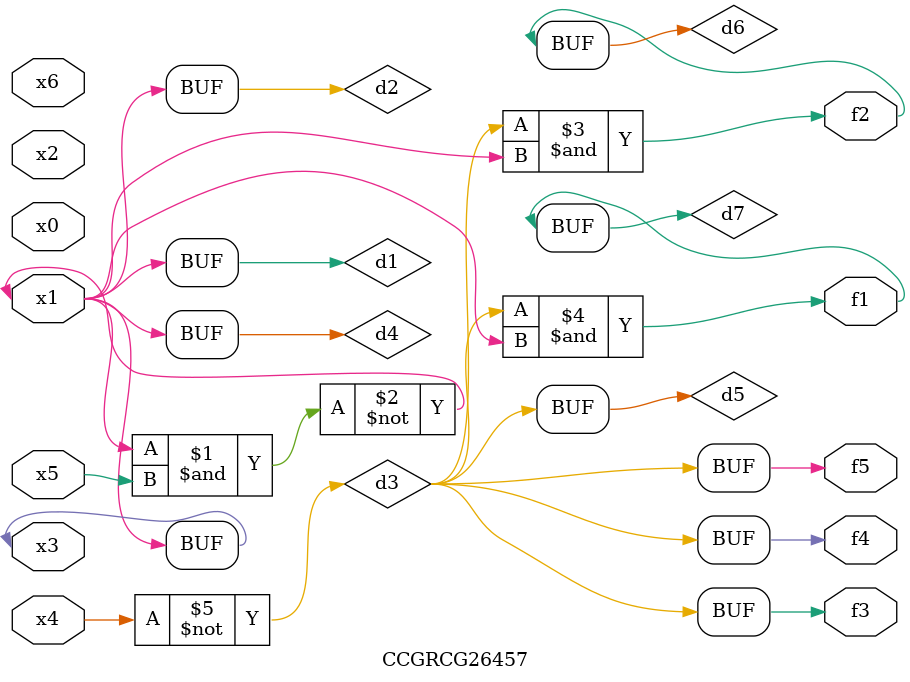
<source format=v>
module CCGRCG26457(
	input x0, x1, x2, x3, x4, x5, x6,
	output f1, f2, f3, f4, f5
);

	wire d1, d2, d3, d4, d5, d6, d7;

	buf (d1, x1, x3);
	nand (d2, x1, x5);
	not (d3, x4);
	buf (d4, d1, d2);
	buf (d5, d3);
	and (d6, d3, d4);
	and (d7, d3, d4);
	assign f1 = d7;
	assign f2 = d6;
	assign f3 = d5;
	assign f4 = d5;
	assign f5 = d5;
endmodule

</source>
